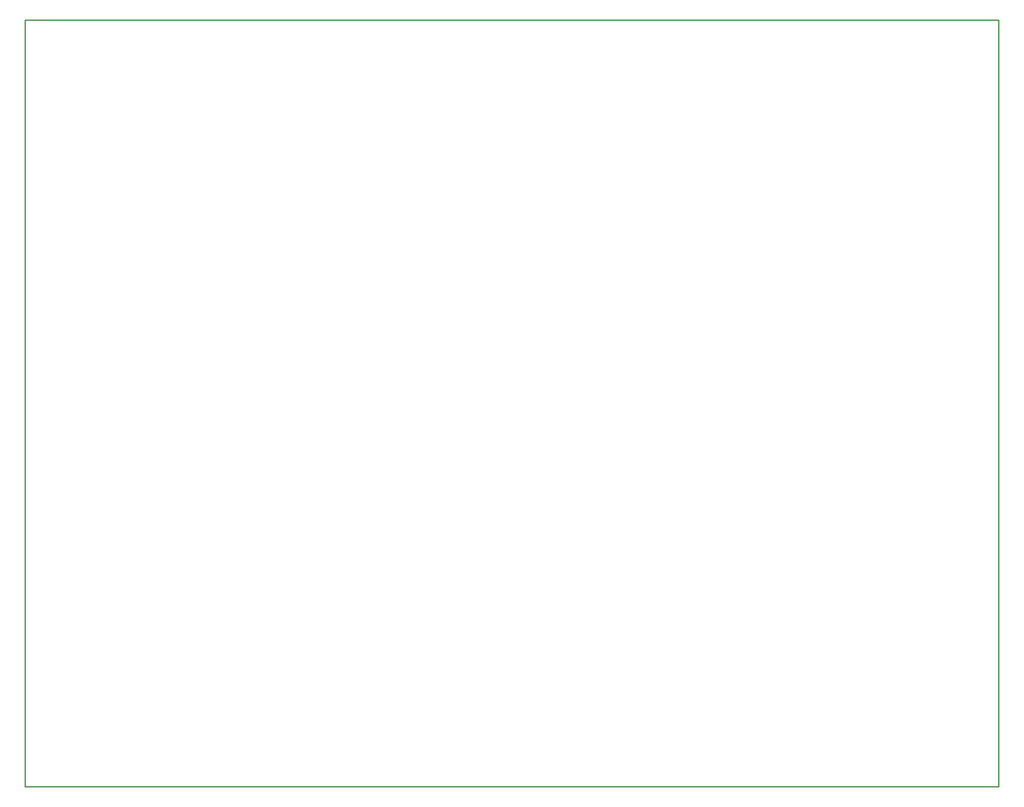
<source format=gbr>
G04 #@! TF.GenerationSoftware,KiCad,Pcbnew,(5.1.2)-2*
G04 #@! TF.CreationDate,2019-08-01T21:41:24-03:00*
G04 #@! TF.ProjectId,Frequency_Inverter,46726571-7565-46e6-9379-5f496e766572,rev?*
G04 #@! TF.SameCoordinates,Original*
G04 #@! TF.FileFunction,Profile,NP*
%FSLAX46Y46*%
G04 Gerber Fmt 4.6, Leading zero omitted, Abs format (unit mm)*
G04 Created by KiCad (PCBNEW (5.1.2)-2) date 2019-08-01 21:41:24*
%MOMM*%
%LPD*%
G04 APERTURE LIST*
%ADD10C,0.200000*%
G04 APERTURE END LIST*
D10*
X76339700Y-148971000D02*
X76314300Y-45986700D01*
X207035400Y-148945600D02*
X76339700Y-148971000D01*
X207060800Y-45948600D02*
X207035400Y-148945600D01*
X76314300Y-45986700D02*
X207060800Y-45948600D01*
M02*

</source>
